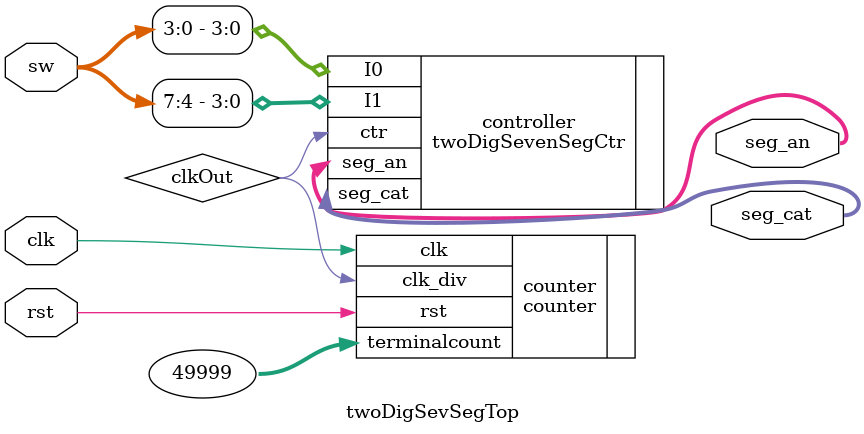
<source format=v>
`timescale 1ns / 1ps
module twoDigSevSegTop(
    input clk, rst,
    input [7:0] sw,
    output [3:0] seg_an,
    output [6:0] seg_cat
);

wire clkOut;
counter counter(.clk(clk), .rst(rst), .terminalcount(49999), .clk_div(clkOut));

twoDigSevenSegCtr controller(.I0(sw[3:0]), .I1(sw[7:4]), .ctr(clkOut),
    .seg_an(seg_an), .seg_cat(seg_cat));

endmodule

</source>
